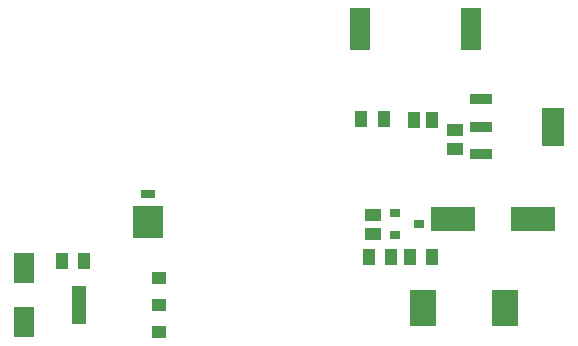
<source format=gbr>
%TF.GenerationSoftware,KiCad,Pcbnew,(5.1.12-1-g0a0a2da680)-1*%
%TF.CreationDate,2021-11-23T21:30:51+01:00*%
%TF.ProjectId,SMPS,534d5053-2e6b-4696-9361-645f70636258,rev?*%
%TF.SameCoordinates,Original*%
%TF.FileFunction,Paste,Top*%
%TF.FilePolarity,Positive*%
%FSLAX46Y46*%
G04 Gerber Fmt 4.6, Leading zero omitted, Abs format (unit mm)*
G04 Created by KiCad (PCBNEW (5.1.12-1-g0a0a2da680)-1) date 2021-11-23 21:30:51*
%MOMM*%
%LPD*%
G01*
G04 APERTURE LIST*
%ADD10R,1.000000X1.450000*%
%ADD11R,1.780000X3.560000*%
%ADD12R,1.200000X3.300000*%
%ADD13R,1.200000X1.000000*%
%ADD14R,1.950000X3.200000*%
%ADD15R,1.950000X0.900000*%
%ADD16R,2.200000X3.050000*%
%ADD17R,1.270000X0.762000*%
%ADD18R,2.540000X2.670000*%
%ADD19R,3.800000X2.150000*%
%ADD20R,1.470000X1.020000*%
%ADD21R,1.800000X2.600000*%
%ADD22R,1.020000X1.470000*%
%ADD23R,0.900000X0.800000*%
G04 APERTURE END LIST*
D10*
%TO.C,R4*%
X93900000Y-84600000D03*
X92000000Y-84600000D03*
%TD*%
%TO.C,R3*%
X95475000Y-84600000D03*
X97375000Y-84600000D03*
%TD*%
%TO.C,R2*%
X93250000Y-72925000D03*
X91350000Y-72925000D03*
%TD*%
%TO.C,R1*%
X67900000Y-84925000D03*
X66000000Y-84925000D03*
%TD*%
D11*
%TO.C,L1*%
X100625000Y-65275000D03*
X91225000Y-65275000D03*
%TD*%
D12*
%TO.C,IC2*%
X67450000Y-88625000D03*
D13*
X74250000Y-86325000D03*
X74250000Y-88625000D03*
X74250000Y-90925000D03*
%TD*%
D14*
%TO.C,IC1*%
X107550000Y-73550000D03*
D15*
X101450000Y-75850000D03*
X101450000Y-73550000D03*
X101450000Y-71250000D03*
%TD*%
D16*
%TO.C,D2*%
X96550000Y-88900000D03*
X103550000Y-88900000D03*
%TD*%
D17*
%TO.C,D1*%
X73250000Y-79272500D03*
D18*
X73250000Y-81623500D03*
%TD*%
D19*
%TO.C,C7*%
X99125000Y-81375000D03*
X105925000Y-81375000D03*
%TD*%
D20*
%TO.C,C6*%
X92350000Y-82600000D03*
X92350000Y-81000000D03*
%TD*%
D21*
%TO.C,C4*%
X62825000Y-85550000D03*
X62825000Y-90050000D03*
%TD*%
D20*
%TO.C,C2*%
X99275000Y-73850000D03*
X99275000Y-75450000D03*
%TD*%
D22*
%TO.C,C1*%
X97375000Y-72950000D03*
X95775000Y-72950000D03*
%TD*%
D23*
%TO.C,U2*%
X96200000Y-81800000D03*
X94200000Y-82750000D03*
X94200000Y-80850000D03*
%TD*%
M02*

</source>
